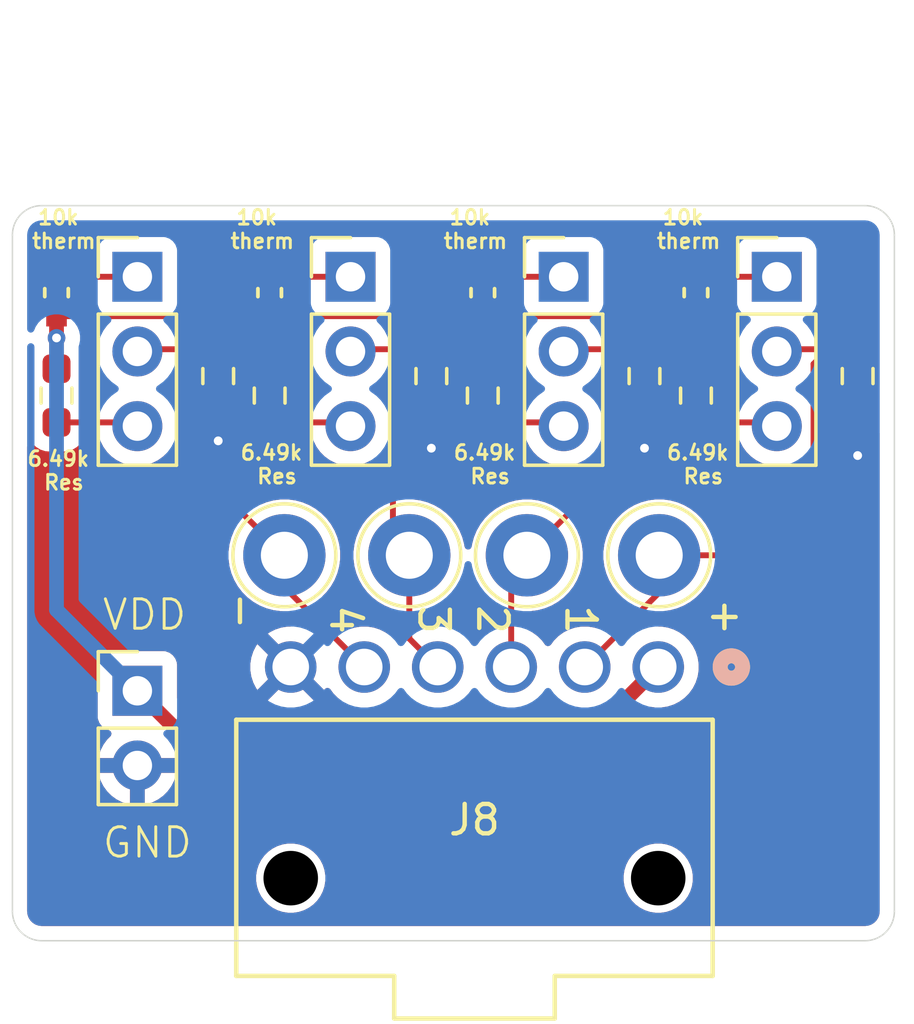
<source format=kicad_pcb>
(kicad_pcb (version 20241229) (generator "pcbnew") (generator_version "9.0")
  (layers (0 "F.Cu" signal) (2 "B.Cu" signal) (13 "F.Paste" user) (15 "B.Paste" user) (5 "F.SilkS" user "F.Silkscreen") (7 "B.SilkS" user "B.Silkscreen") (1 "F.Mask" user) (3 "B.Mask" user) (25 "Edge.Cuts" user))
  (net 0 "")
  (net 1 "VDDA")
  (net 2 "GNDA")
  (net 3 "/Temperature4")
  (net 4 "/Temperature2")
  (net 5 "/Temperature3")
  (net 6 "/Temperature1")
  (net 7 "Net-(J3-Pin_1)")
  (net 8 "Net-(J3-Pin_3)")
  (net 9 "Net-(J4-Pin_3)")
  (net 10 "Net-(J4-Pin_1)")
  (net 11 "Net-(J5-Pin_1)")
  (net 12 "Net-(J5-Pin_3)")
  (net 13 "Net-(J6-Pin_3)")
  (net 14 "Net-(J6-Pin_1)")
  (footprint "Resistor_SMD:R_0603_1608Metric_Pad0.98x0.95mm_HandSolder" (layer "F.Cu") (at 106.75 44.21 90)
    (property "Reference" "R12" (hide yes))
    (property "Value" "6.49k")
    (fp_line (start -0.254724 -0.5225) (end 0.254724 -0.5225) (stroke (width 0.12)) (layer "F.SilkS"))
    (fp_line (start -0.254724 0.5225) (end 0.254724 0.5225) (stroke (width 0.12)) (layer "F.SilkS"))
    (pad "1" smd roundrect (at -0.9125 0 90) (size 0.975 0.95) (layers "F.Cu" "F.Mask" "F.Paste") (net 13 "Net-(J6-Pin_3)"))
    (pad "2" smd roundrect (at 0.9125 0 90) (size 0.975 0.95) (layers "F.Cu" "F.Mask" "F.Paste") (net 1 "VDDA"))
  )
  (footprint "Connector_PinHeader_2.54mm:PinHeader_1x03_P2.54mm_Vertical" (layer "F.Cu") (at 124 40.17)
    (property "Reference" "J4" (hide yes))
    (property "Value" "Conn_01x03")
    (fp_line (start -1.33 -1.33) (end 0 -1.33) (stroke (width 0.12)) (layer "F.SilkS"))
    (fp_line (start -1.33 0) (end -1.33 -1.33) (stroke (width 0.12)) (layer "F.SilkS"))
    (fp_line (start -1.33 1.27) (end -1.33 6.41) (stroke (width 0.12)) (layer "F.SilkS"))
    (fp_line (start -1.33 1.27) (end 1.33 1.27) (stroke (width 0.12)) (layer "F.SilkS"))
    (fp_line (start -1.33 6.41) (end 1.33 6.41) (stroke (width 0.12)) (layer "F.SilkS"))
    (fp_line (start 1.33 1.27) (end 1.33 6.41) (stroke (width 0.12)) (layer "F.SilkS"))
    (pad "1" thru_hole rect (at 0 0) (size 1.7 1.7) (drill 1) (layers "*.Cu" "*.Mask") (net 10 "Net-(J4-Pin_1)"))
    (pad "2" thru_hole oval (at 0 2.54) (size 1.7 1.7) (drill 1) (layers "*.Cu" "*.Mask") (net 4 "/Temperature2"))
    (pad "3" thru_hole oval (at 0 5.08) (size 1.7 1.7) (drill 1) (layers "*.Cu" "*.Mask") (net 9 "Net-(J4-Pin_3)"))
  )
  (footprint "UTSVT_Special:THERM_ERT-J1VR104FM" (layer "F.Cu") (at 128.5 40.71 90)
    (property "Reference" "TH5" (hide yes))
    (property "Value" "Thermistor_NTC")
    (fp_line (start -0.135 -0.4) (end 0.135 -0.4) (stroke (width 0.127)) (layer "F.SilkS"))
    (fp_line (start -0.135 0.4) (end 0.135 0.4) (stroke (width 0.127)) (layer "F.SilkS"))
    (pad "1" smd rect (at -0.8 0 90) (size 0.7 0.7) (layers "F.Cu" "F.Paste") (net 1 "VDDA"))
    (pad "2" smd rect (at 0.8 0 90) (size 0.7 0.7) (layers "F.Cu" "F.Paste") (net 7 "Net-(J3-Pin_1)"))
  )
  (footprint "Resistor_SMD:R_0603_1608Metric_Pad0.98x0.95mm_HandSolder" (layer "F.Cu") (at 119.5 43.5475 -90)
    (property "Reference" "R9" (hide yes))
    (property "Value" "6.49k")
    (fp_line (start -0.254724 0.5225) (end 0.254724 0.5225) (stroke (width 0.12)) (layer "F.SilkS"))
    (fp_line (start -0.254724 -0.5225) (end 0.254724 -0.5225) (stroke (width 0.12)) (layer "F.SilkS"))
    (pad "1" smd roundrect (at -0.9125 0 270) (size 0.975 0.95) (layers "F.Cu" "F.Mask" "F.Paste") (net 5 "/Temperature3"))
    (pad "2" smd roundrect (at 0.9125 0 270) (size 0.975 0.95) (layers "F.Cu" "F.Mask" "F.Paste") (net 2 "GNDA"))
  )
  (footprint "UTSVT_Special:THERM_ERT-J1VR104FM" (layer "F.Cu") (at 114 40.71 90)
    (property "Reference" "TH7" (hide yes))
    (property "Value" "Thermistor_NTC")
    (fp_line (start -0.135 -0.4) (end 0.135 -0.4) (stroke (width 0.127)) (layer "F.SilkS"))
    (fp_line (start -0.135 0.4) (end 0.135 0.4) (stroke (width 0.127)) (layer "F.SilkS"))
    (pad "1" smd rect (at -0.8 0 90) (size 0.7 0.7) (layers "F.Cu" "F.Paste") (net 1 "VDDA"))
    (pad "2" smd rect (at 0.8 0 90) (size 0.7 0.7) (layers "F.Cu" "F.Paste") (net 11 "Net-(J5-Pin_1)"))
  )
  (footprint "UTSVT_Special:THERM_ERT-J1VR104FM" (layer "F.Cu") (at 121.25 40.71 90)
    (property "Reference" "TH6" (hide yes))
    (property "Value" "Thermistor_NTC")
    (fp_line (start -0.135 -0.4) (end 0.135 -0.4) (stroke (width 0.127)) (layer "F.SilkS"))
    (fp_line (start -0.135 0.4) (end 0.135 0.4) (stroke (width 0.127)) (layer "F.SilkS"))
    (pad "1" smd rect (at -0.8 0 90) (size 0.7 0.7) (layers "F.Cu" "F.Paste") (net 1 "VDDA"))
    (pad "2" smd rect (at 0.8 0 90) (size 0.7 0.7) (layers "F.Cu" "F.Paste") (net 10 "Net-(J4-Pin_1)"))
  )
  (footprint "Resistor_SMD:R_0603_1608Metric_Pad0.98x0.95mm_HandSolder" (layer "F.Cu") (at 126.75 43.5475 -90)
    (property "Reference" "R7" (hide yes))
    (property "Value" "6.49k")
    (fp_line (start -0.254724 0.5225) (end 0.254724 0.5225) (stroke (width 0.12)) (layer "F.SilkS"))
    (fp_line (start -0.254724 -0.5225) (end 0.254724 -0.5225) (stroke (width 0.12)) (layer "F.SilkS"))
    (pad "1" smd roundrect (at -0.9125 0 270) (size 0.975 0.95) (layers "F.Cu" "F.Mask" "F.Paste") (net 4 "/Temperature2"))
    (pad "2" smd roundrect (at 0.9125 0 270) (size 0.975 0.95) (layers "F.Cu" "F.Mask" "F.Paste") (net 2 "GNDA"))
  )
  (footprint "VoltTemp:1053131106" (layer "F.Cu") (at 127.2166 53.441895)
    (property "Reference" "J8" (at -6.25 5.2 0) (layer "F.SilkS"))
    (property "Value" "Conn_01x06")
    (fp_line (start -14.3526 1.793) (end -14.3526 10.505199) (stroke (width 0.1524)) (layer "F.SilkS"))
    (fp_line (start -14.3526 10.505199) (end -8.9805 10.505211) (stroke (width 0.1524)) (layer "F.SilkS"))
    (fp_line (start -8.9805 10.505211) (end -8.9805 11.953011) (stroke (width 0.1524)) (layer "F.SilkS"))
    (fp_line (start -8.9805 11.953011) (end -3.5195 11.953011) (stroke (width 0.1524)) (layer "F.SilkS"))
    (fp_line (start -3.5195 10.505211) (end 1.8526 10.505199) (stroke (width 0.1524)) (layer "F.SilkS"))
    (fp_line (start -3.5195 11.953011) (end -3.5195 10.505211) (stroke (width 0.1524)) (layer "F.SilkS"))
    (fp_line (start 1.8526 1.793) (end -14.3526 1.793) (stroke (width 0.1524)) (layer "F.SilkS"))
    (fp_line (start 1.8526 10.505199) (end 1.8526 1.793) (stroke (width 0.1524)) (layer "F.SilkS"))
    (fp_circle (center 2.4876 0) (end 2.8686 0) (stroke (width 0.508)) (fill no) (layer "F.SilkS"))
    (fp_circle (center 2.4876 0) (end 2.8686 0) (stroke (width 0.508)) (fill no) (layer "B.SilkS"))
    (pad "" np_thru_hole circle (at -12.5 7.180001) (size 1.8542 1.8542) (drill 1.8542) (layers))
    (pad "" np_thru_hole circle (at 0 7.180001) (size 1.8542 1.8542) (drill 1.8542) (layers))
    (pad "1" thru_hole circle (at 0 0) (size 1.7526 1.7526) (drill 1.2446) (layers "*.Cu" "*.Mask") (net 1 "VDDA"))
    (pad "2" thru_hole circle (at -2.5 0) (size 1.7526 1.7526) (drill 1.2446) (layers "*.Cu" "*.Mask") (net 6 "/Temperature1"))
    (pad "3" thru_hole circle (at -5 0) (size 1.7526 1.7526) (drill 1.2446) (layers "*.Cu" "*.Mask") (net 4 "/Temperature2"))
    (pad "4" thru_hole circle (at -7.5 0) (size 1.7526 1.7526) (drill 1.2446) (layers "*.Cu" "*.Mask") (net 5 "/Temperature3"))
    (pad "5" thru_hole circle (at -10 0) (size 1.7526 1.7526) (drill 1.2446) (layers "*.Cu" "*.Mask") (net 3 "/Temperature4"))
    (pad "6" thru_hole circle (at -12.5 0) (size 1.7526 1.7526) (drill 1.2446) (layers "*.Cu" "*.Mask") (net 2 "GNDA"))
  )
  (footprint "Resistor_SMD:R_0603_1608Metric_Pad0.98x0.95mm_HandSolder" (layer "F.Cu") (at 121.25 44.21 90)
    (property "Reference" "R8" (hide yes))
    (property "Value" "6.49k")
    (fp_line (start -0.254724 -0.5225) (end 0.254724 -0.5225) (stroke (width 0.12)) (layer "F.SilkS"))
    (fp_line (start -0.254724 0.5225) (end 0.254724 0.5225) (stroke (width 0.12)) (layer "F.SilkS"))
    (pad "1" smd roundrect (at -0.9125 0 90) (size 0.975 0.95) (layers "F.Cu" "F.Mask" "F.Paste") (net 9 "Net-(J4-Pin_3)"))
    (pad "2" smd roundrect (at 0.9125 0 90) (size 0.975 0.95) (layers "F.Cu" "F.Mask" "F.Paste") (net 1 "VDDA"))
  )
  (footprint "Connector_PinHeader_2.54mm:PinHeader_1x03_P2.54mm_Vertical" (layer "F.Cu") (at 109.5 40.17)
    (property "Reference" "J6" (hide yes))
    (property "Value" "Conn_01x03")
    (fp_line (start -1.33 -1.33) (end 0 -1.33) (stroke (width 0.12)) (layer "F.SilkS"))
    (fp_line (start -1.33 0) (end -1.33 -1.33) (stroke (width 0.12)) (layer "F.SilkS"))
    (fp_line (start -1.33 1.27) (end -1.33 6.41) (stroke (width 0.12)) (layer "F.SilkS"))
    (fp_line (start -1.33 1.27) (end 1.33 1.27) (stroke (width 0.12)) (layer "F.SilkS"))
    (fp_line (start -1.33 6.41) (end 1.33 6.41) (stroke (width 0.12)) (layer "F.SilkS"))
    (fp_line (start 1.33 1.27) (end 1.33 6.41) (stroke (width 0.12)) (layer "F.SilkS"))
    (pad "1" thru_hole rect (at 0 0) (size 1.7 1.7) (drill 1) (layers "*.Cu" "*.Mask") (net 14 "Net-(J6-Pin_1)"))
    (pad "2" thru_hole oval (at 0 2.54) (size 1.7 1.7) (drill 1) (layers "*.Cu" "*.Mask") (net 3 "/Temperature4"))
    (pad "3" thru_hole oval (at 0 5.08) (size 1.7 1.7) (drill 1) (layers "*.Cu" "*.Mask") (net 13 "Net-(J6-Pin_3)"))
  )
  (footprint "Resistor_SMD:R_0603_1608Metric_Pad0.98x0.95mm_HandSolder" (layer "F.Cu") (at 128.5 44.21 90)
    (property "Reference" "R5" (hide yes))
    (property "Value" "6.49k")
    (fp_line (start -0.254724 -0.5225) (end 0.254724 -0.5225) (stroke (width 0.12)) (layer "F.SilkS"))
    (fp_line (start -0.254724 0.5225) (end 0.254724 0.5225) (stroke (width 0.12)) (layer "F.SilkS"))
    (pad "1" smd roundrect (at -0.9125 0 90) (size 0.975 0.95) (layers "F.Cu" "F.Mask" "F.Paste") (net 8 "Net-(J3-Pin_3)"))
    (pad "2" smd roundrect (at 0.9125 0 90) (size 0.975 0.95) (layers "F.Cu" "F.Mask" "F.Paste") (net 1 "VDDA"))
  )
  (footprint "TestPoint:TestPoint_Keystone_5005-5009_Compact" (layer "F.Cu") (at 127.25 49.6417)
    (property "Reference" "TP11" (hide yes))
    (property "Value" "TestPoint")
    (fp_circle (center 0 0) (end 1.75 0) (stroke (width 0.12)) (fill no) (layer "F.SilkS"))
    (pad "1" thru_hole circle (at 0 0) (size 2.8 2.8) (drill 1.6) (layers "*.Cu" "*.Mask") (net 6 "/Temperature1"))
  )
  (footprint "TestPoint:TestPoint_Keystone_5005-5009_Compact" (layer "F.Cu") (at 122.75 49.6417)
    (property "Reference" "TP10" (hide yes))
    (property "Value" "TestPoint")
    (fp_circle (center 0 0) (end 1.75 0) (stroke (width 0.12)) (fill no) (layer "F.SilkS"))
    (pad "1" thru_hole circle (at 0 0) (size 2.8 2.8) (drill 1.6) (layers "*.Cu" "*.Mask") (net 4 "/Temperature2"))
  )
  (footprint "TestPoint:TestPoint_Keystone_5005-5009_Compact" (layer "F.Cu") (at 114.5 49.6417)
    (property "Reference" "TP9" (hide yes))
    (property "Value" "TestPoint")
    (fp_circle (center 0 0) (end 1.75 0) (stroke (width 0.12)) (fill no) (layer "F.SilkS"))
    (pad "1" thru_hole circle (at 0 0) (size 2.8 2.8) (drill 1.6) (layers "*.Cu" "*.Mask") (net 3 "/Temperature4"))
  )
  (footprint "Connector_PinHeader_2.54mm:PinHeader_1x03_P2.54mm_Vertical" (layer "F.Cu") (at 116.75 40.17)
    (property "Reference" "J5" (hide yes))
    (property "Value" "Conn_01x03")
    (fp_line (start -1.33 -1.33) (end 0 -1.33) (stroke (width 0.12)) (layer "F.SilkS"))
    (fp_line (start -1.33 0) (end -1.33 -1.33) (stroke (width 0.12)) (layer "F.SilkS"))
    (fp_line (start -1.33 1.27) (end -1.33 6.41) (stroke (width 0.12)) (layer "F.SilkS"))
    (fp_line (start -1.33 1.27) (end 1.33 1.27) (stroke (width 0.12)) (layer "F.SilkS"))
    (fp_line (start -1.33 6.41) (end 1.33 6.41) (stroke (width 0.12)) (layer "F.SilkS"))
    (fp_line (start 1.33 1.27) (end 1.33 6.41) (stroke (width 0.12)) (layer "F.SilkS"))
    (pad "1" thru_hole rect (at 0 0) (size 1.7 1.7) (drill 1) (layers "*.Cu" "*.Mask") (net 11 "Net-(J5-Pin_1)"))
    (pad "2" thru_hole oval (at 0 2.54) (size 1.7 1.7) (drill 1) (layers "*.Cu" "*.Mask") (net 5 "/Temperature3"))
    (pad "3" thru_hole oval (at 0 5.08) (size 1.7 1.7) (drill 1) (layers "*.Cu" "*.Mask") (net 12 "Net-(J5-Pin_3)"))
  )
  (footprint "UTSVT_Special:THERM_ERT-J1VR104FM" (layer "F.Cu") (at 106.75 40.71 90)
    (property "Reference" "TH8" (hide yes))
    (property "Value" "Thermistor_NTC")
    (fp_line (start -0.135 -0.4) (end 0.135 -0.4) (stroke (width 0.127)) (layer "F.SilkS"))
    (fp_line (start -0.135 0.4) (end 0.135 0.4) (stroke (width 0.127)) (layer "F.SilkS"))
    (pad "1" smd rect (at -0.8 0 90) (size 0.7 0.7) (layers "F.Cu" "F.Paste") (net 1 "VDDA"))
    (pad "2" smd rect (at 0.8 0 90) (size 0.7 0.7) (layers "F.Cu" "F.Paste") (net 14 "Net-(J6-Pin_1)"))
  )
  (footprint "TestPoint:TestPoint_Keystone_5005-5009_Compact" (layer "F.Cu") (at 118.75 49.6417)
    (property "Reference" "TP8" (hide yes))
    (property "Value" "TestPoint")
    (fp_circle (center 0 0) (end 1.75 0) (stroke (width 0.12)) (fill no) (layer "F.SilkS"))
    (pad "1" thru_hole circle (at 0 0) (size 2.8 2.8) (drill 1.6) (layers "*.Cu" "*.Mask") (net 5 "/Temperature3"))
  )
  (footprint "Resistor_SMD:R_0603_1608Metric_Pad0.98x0.95mm_HandSolder" (layer "F.Cu") (at 134 43.5475 -90)
    (property "Reference" "R6" (hide yes))
    (property "Value" "6.49k")
    (fp_line (start -0.254724 0.5225) (end 0.254724 0.5225) (stroke (width 0.12)) (layer "F.SilkS"))
    (fp_line (start -0.254724 -0.5225) (end 0.254724 -0.5225) (stroke (width 0.12)) (layer "F.SilkS"))
    (pad "1" smd roundrect (at -0.9125 0 270) (size 0.975 0.95) (layers "F.Cu" "F.Mask" "F.Paste") (net 6 "/Temperature1"))
    (pad "2" smd roundrect (at 0.9125 0 270) (size 0.975 0.95) (layers "F.Cu" "F.Mask" "F.Paste") (net 2 "GNDA"))
  )
  (footprint "Connector_PinHeader_2.54mm:PinHeader_1x03_P2.54mm_Vertical" (layer "F.Cu") (at 131.25 40.17)
    (property "Reference" "J3" (hide yes))
    (property "Value" "Conn_01x03")
    (fp_line (start -1.33 -1.33) (end 0 -1.33) (stroke (width 0.12)) (layer "F.SilkS"))
    (fp_line (start -1.33 0) (end -1.33 -1.33) (stroke (width 0.12)) (layer "F.SilkS"))
    (fp_line (start -1.33 1.27) (end -1.33 6.41) (stroke (width 0.12)) (layer "F.SilkS"))
    (fp_line (start -1.33 1.27) (end 1.33 1.27) (stroke (width 0.12)) (layer "F.SilkS"))
    (fp_line (start -1.33 6.41) (end 1.33 6.41) (stroke (width 0.12)) (layer "F.SilkS"))
    (fp_line (start 1.33 1.27) (end 1.33 6.41) (stroke (width 0.12)) (layer "F.SilkS"))
    (pad "1" thru_hole rect (at 0 0) (size 1.7 1.7) (drill 1) (layers "*.Cu" "*.Mask") (net 7 "Net-(J3-Pin_1)"))
    (pad "2" thru_hole oval (at 0 2.54) (size 1.7 1.7) (drill 1) (layers "*.Cu" "*.Mask") (net 6 "/Temperature1"))
    (pad "3" thru_hole oval (at 0 5.08) (size 1.7 1.7) (drill 1) (layers "*.Cu" "*.Mask") (net 8 "Net-(J3-Pin_3)"))
  )
  (footprint "Resistor_SMD:R_0603_1608Metric_Pad0.98x0.95mm_HandSolder" (layer "F.Cu") (at 114 44.21 90)
    (property "Reference" "R11" (hide yes))
    (property "Value" "6.49k")
    (fp_line (start -0.254724 -0.5225) (end 0.254724 -0.5225) (stroke (width 0.12)) (layer "F.SilkS"))
    (fp_line (start -0.254724 0.5225) (end 0.254724 0.5225) (stroke (width 0.12)) (layer "F.SilkS"))
    (pad "1" smd roundrect (at -0.9125 0 90) (size 0.975 0.95) (layers "F.Cu" "F.Mask" "F.Paste") (net 12 "Net-(J5-Pin_3)"))
    (pad "2" smd roundrect (at 0.9125 0 90) (size 0.975 0.95) (layers "F.Cu" "F.Mask" "F.Paste") (net 1 "VDDA"))
  )
  (footprint "Connector_PinHeader_2.54mm:PinHeader_1x02_P2.54mm_Vertical" (layer "F.Cu") (at 109.5 54.25)
    (property "Reference" "J1" (hide yes))
    (property "Value" "Conn_01x02")
    (fp_line (start -1.33 -1.33) (end 0 -1.33) (stroke (width 0.12)) (layer "F.SilkS"))
    (fp_line (start -1.33 0) (end -1.33 -1.33) (stroke (width 0.12)) (layer "F.SilkS"))
    (fp_line (start -1.33 1.27) (end -1.33 3.87) (stroke (width 0.12)) (layer "F.SilkS"))
    (fp_line (start -1.33 1.27) (end 1.33 1.27) (stroke (width 0.12)) (layer "F.SilkS"))
    (fp_line (start -1.33 3.87) (end 1.33 3.87) (stroke (width 0.12)) (layer "F.SilkS"))
    (fp_line (start 1.33 1.27) (end 1.33 3.87) (stroke (width 0.12)) (layer "F.SilkS"))
    (pad "1" thru_hole rect (at 0 0) (size 1.7 1.7) (drill 1) (layers "*.Cu" "*.Mask") (net 1 "VDDA"))
    (pad "2" thru_hole oval (at 0 2.54) (size 1.7 1.7) (drill 1) (layers "*.Cu" "*.Mask") (net 2 "GNDA"))
  )
  (footprint "Resistor_SMD:R_0603_1608Metric_Pad0.98x0.95mm_HandSolder" (layer "F.Cu") (at 112.25 43.5475 -90)
    (property "Reference" "R10" (hide yes))
    (property "Value" "6.49k")
    (fp_line (start -0.254724 0.5225) (end 0.254724 0.5225) (stroke (width 0.12)) (layer "F.SilkS"))
    (fp_line (start -0.254724 -0.5225) (end 0.254724 -0.5225) (stroke (width 0.12)) (layer "F.SilkS"))
    (pad "1" smd roundrect (at -0.9125 0 270) (size 0.975 0.95) (layers "F.Cu" "F.Mask" "F.Paste") (net 3 "/Temperature4"))
    (pad "2" smd roundrect (at 0.9125 0 270) (size 0.975 0.95) (layers "F.Cu" "F.Mask" "F.Paste") (net 2 "GNDA"))
  )
  (gr_line (start 135.25 38.75) (end 135.25 61.75) (stroke (width 0.05)) (layer "Edge.Cuts"))
  (gr_line (start 105.25 61.75) (end 105.25 38.75) (stroke (width 0.05)) (layer "Edge.Cuts"))
  (gr_arc (start 106.25 62.75) (mid 105.542893 62.457107) (end 105.25 61.75) (stroke (width 0.05)) (layer "Edge.Cuts"))
  (gr_line (start 134.25 62.75) (end 106.25 62.75) (stroke (width 0.05)) (layer "Edge.Cuts"))
  (gr_line (start 106.25 37.75) (end 134.25 37.75) (stroke (width 0.05)) (layer "Edge.Cuts"))
  (gr_arc (start 134.25 37.75) (mid 134.957107 38.042893) (end 135.25 38.75) (stroke (width 0.05)) (layer "Edge.Cuts"))
  (gr_arc (start 135.25 61.75) (mid 134.957107 62.457107) (end 134.25 62.75) (stroke (width 0.05)) (layer "Edge.Cuts"))
  (gr_arc (start 105.25 38.75) (mid 105.542893 38.042893) (end 106.25 37.75) (stroke (width 0.05)) (layer "Edge.Cuts"))
  (gr_text "VDD" (at 108.25 52.25 0) (layer "F.SilkS") (effects (font (size 1 1) (thickness 0.1)) (justify left bottom)))
  (gr_text "6.49k \nRes\n" (at 114.25 47.25 0) (layer "F.SilkS") (effects (font (size 0.5 0.5) (thickness 0.1)) (justify bottom)))
  (gr_text "+" (at 128.75 52.25 0) (layer "F.SilkS") (effects (font (size 1 1)) (justify left bottom)))
  (gr_text "1" (at 124 51.25 270) (layer "F.SilkS") (effects (font (size 1 1)) (justify left bottom)))
  (gr_text "10k \ntherm" (at 113.75 39.25 0) (layer "F.SilkS") (effects (font (size 0.5 0.5) (thickness 0.1)) (justify bottom)))
  (gr_text "-" (at 113.5 52.25 90) (layer "F.SilkS") (effects (font (size 1 1)) (justify left bottom)))
  (gr_text "2" (at 121 51.25 270) (layer "F.SilkS") (effects (font (size 1 1)) (justify left bottom)))
  (gr_text "GND" (at 108.25 60 0) (layer "F.SilkS") (effects (font (size 1 1) (thickness 0.1)) (justify left bottom)))
  (gr_text "3" (at 119 51.25 270) (layer "F.SilkS") (effects (font (size 1 1)) (justify left bottom)))
  (gr_text "6.49k \nRes\n" (at 128.75 47.25 0) (layer "F.SilkS") (effects (font (size 0.5 0.5) (thickness 0.1)) (justify bottom)))
  (gr_text "10k \ntherm" (at 128.25 39.25 0) (layer "F.SilkS") (effects (font (size 0.5 0.5) (thickness 0.1)) (justify bottom)))
  (gr_text "4" (at 116 51.25 270) (layer "F.SilkS") (effects (font (size 1 1)) (justify left bottom)))
  (gr_text "10k \ntherm" (at 107 39.25 0) (layer "F.SilkS") (effects (font (size 0.5 0.5) (thickness 0.1)) (justify bottom)))
  (gr_text "6.49k \nRes\n" (at 107 47.46 0) (layer "F.SilkS") (effects (font (size 0.5 0.5) (thickness 0.1)) (justify bottom)))
  (gr_text "10k \ntherm" (at 121 39.25 0) (layer "F.SilkS") (effects (font (size 0.5 0.5) (thickness 0.1)) (justify bottom)))
  (gr_text "6.49k \nRes\n" (at 121.5 47.25 0) (layer "F.SilkS") (effects (font (size 0.5 0.5) (thickness 0.1)) (justify bottom)))
  (segment (start 106.75 41.51) (end 106.75 42.25) (width 0.5) (layer "F.Cu") (net 1))
  (segment (start 121.25 43.2975) (end 121.25 41.51) (width 0.5) (layer "F.Cu") (net 1))
  (segment (start 128.5 43.2975) (end 128.5 41.51) (width 0.5) (layer "F.Cu") (net 1))
  (segment (start 109.5 54.25) (end 110.75 55.5) (width 0.5) (layer "F.Cu") (net 1))
  (segment (start 114 43.2975) (end 114 41.51) (width 0.5) (layer "F.Cu") (net 1))
  (segment (start 110.75 55.5) (end 125.158495 55.5) (width 0.5) (layer "F.Cu") (net 1))
  (segment (start 125.158495 55.5) (end 127.2166 53.441895) (width 0.5) (layer "F.Cu") (net 1))
  (segment (start 106.75 43.2975) (end 106.75 42.25) (width 0.5) (layer "F.Cu") (net 1))
  (segment (start 106.75 41.51) (end 128.5 41.51) (width 0.2) (layer "F.Cu") (net 1))
  (via (at 106.75 42.25) (size 0.6) (drill 0.3) (layers "F.Cu" "B.Cu") (net 1))
  (segment (start 106.75 42.25) (end 106.75 51.5) (width 0.5) (layer "B.Cu") (net 1))
  (segment (start 106.75 51.5) (end 109.5 54.25) (width 0.5) (layer "B.Cu") (net 1))
  (segment (start 126.75 44.46) (end 126.75 46) (width 0.2) (layer "F.Cu") (net 2))
  (segment (start 112.25 44.46) (end 112.25 45.75) (width 0.2) (layer "F.Cu") (net 2))
  (segment (start 134 44.46) (end 134 46.25) (width 0.2) (layer "F.Cu") (net 2))
  (segment (start 119.5 44.46) (end 119.5 46) (width 0.2) (layer "F.Cu") (net 2))
  (via (at 134 46.25) (size 0.6) (drill 0.3) (layers "F.Cu" "B.Cu") (net 2))
  (via (at 119.5 46) (size 0.6) (drill 0.3) (layers "F.Cu" "B.Cu") (net 2))
  (via (at 112.25 45.75) (size 0.6) (drill 0.3) (layers "F.Cu" "B.Cu") (net 2))
  (via (at 126.75 46) (size 0.6) (drill 0.3) (layers "F.Cu" "B.Cu") (net 2))
  (segment (start 111.25 42.635) (end 112.25 42.635) (width 0.2) (layer "F.Cu") (net 3))
  (segment (start 109.825 42.635) (end 111.25 42.635) (width 0.2) (layer "F.Cu") (net 3))
  (segment (start 109.75 42.71) (end 109.825 42.635) (width 0.2) (layer "F.Cu") (net 3))
  (segment (start 111.25 42.635) (end 111.25 46.3917) (width 0.2) (layer "F.Cu") (net 3))
  (segment (start 117.2166 53.441895) (end 114.5 50.725295) (width 0.2) (layer "F.Cu") (net 3))
  (segment (start 114.5 50.725295) (end 114.5 49.6417) (width 0.2) (layer "F.Cu") (net 3))
  (segment (start 109.5 42.71) (end 109.75 42.71) (width 0.2) (layer "F.Cu") (net 3))
  (segment (start 111.25 46.3917) (end 114.5 49.6417) (width 0.2) (layer "F.Cu") (net 3))
  (segment (start 125.4425 42.9425) (end 125.4425 46.9492) (width 0.2) (layer "F.Cu") (net 4))
  (segment (start 125.75 42.635) (end 126.75 42.635) (width 0.2) (layer "F.Cu") (net 4))
  (segment (start 122.2166 53.441895) (end 122.2166 50.1751) (width 0.2) (layer "F.Cu") (net 4))
  (segment (start 122.2166 50.1751) (end 122.75 49.6417) (width 0.2) (layer "F.Cu") (net 4))
  (segment (start 124 42.71) (end 124.25 42.71) (width 0.2) (layer "F.Cu") (net 4))
  (segment (start 122.2166 50.0334) (end 123 49.25) (width 0.2) (layer "F.Cu") (net 4))
  (segment (start 125.4425 46.9492) (end 122.75 49.6417) (width 0.2) (layer "F.Cu") (net 4))
  (segment (start 124.325 42.635) (end 125.75 42.635) (width 0.2) (layer "F.Cu") (net 4))
  (segment (start 124.25 42.71) (end 124.325 42.635) (width 0.2) (layer "F.Cu") (net 4))
  (segment (start 125.75 42.635) (end 125.4425 42.9425) (width 0.2) (layer "F.Cu") (net 4))
  (segment (start 117 42.71) (end 117.075 42.635) (width 0.2) (layer "F.Cu") (net 5))
  (segment (start 116.75 42.71) (end 117 42.71) (width 0.2) (layer "F.Cu") (net 5))
  (segment (start 118.5 42.635) (end 119.5 42.635) (width 0.2) (layer "F.Cu") (net 5))
  (segment (start 118.75 52.475295) (end 118.75 49.6417) (width 0.2) (layer "F.Cu") (net 5))
  (segment (start 117.075 42.635) (end 118.5 42.635) (width 0.2) (layer "F.Cu") (net 5))
  (segment (start 118.1925 42.9425) (end 118.1925 49.0842) (width 0.2) (layer "F.Cu") (net 5))
  (segment (start 119.7166 53.441895) (end 118.75 52.475295) (width 0.2) (layer "F.Cu") (net 5))
  (segment (start 118.1925 49.0842) (end 118.75 49.6417) (width 0.2) (layer "F.Cu") (net 5))
  (segment (start 118.5 42.635) (end 118.1925 42.9425) (width 0.2) (layer "F.Cu") (net 5))
  (segment (start 131.25 42.71) (end 131.5 42.71) (width 0.2) (layer "F.Cu") (net 6))
  (segment (start 127.25 50.908495) (end 127.25 49.6417) (width 0.2) (layer "F.Cu") (net 6))
  (segment (start 131.5 42.71) (end 131.575 42.635) (width 0.2) (layer "F.Cu") (net 6))
  (segment (start 127.25 50.220947) (end 127.25 49.062452) (width 0.2) (layer "F.Cu") (net 6))
  (segment (start 132.5 46.371598) (end 129.229898 49.6417) (width 0.2) (layer "F.Cu") (net 6))
  (segment (start 124.7166 53.441895) (end 127.25 50.908495) (width 0.2) (layer "F.Cu") (net 6))
  (segment (start 129.229898 49.6417) (end 127.25 49.6417) (width 0.2) (layer "F.Cu") (net 6))
  (segment (start 133 42.635) (end 134 42.635) (width 0.2) (layer "F.Cu") (net 6))
  (segment (start 132.5 43.135) (end 132.5 46.371598) (width 0.2) (layer "F.Cu") (net 6))
  (segment (start 133 42.635) (end 132.5 43.135) (width 0.2) (layer "F.Cu") (net 6))
  (segment (start 131.575 42.635) (end 133 42.635) (width 0.2) (layer "F.Cu") (net 6))
  (segment (start 131.25 40.17) (end 128.76 40.17) (width 0.2) (layer "F.Cu") (net 7))
  (segment (start 128.76 40.17) (end 128.5 39.91) (width 0.2) (layer "F.Cu") (net 7))
  (segment (start 128.5 45.1225) (end 131.1225 45.1225) (width 0.2) (layer "F.Cu") (net 8))
  (segment (start 131.1225 45.1225) (end 131.25 45.25) (width 0.2) (layer "F.Cu") (net 8))
  (segment (start 123.8725 45.1225) (end 124 45.25) (width 0.2) (layer "F.Cu") (net 9))
  (segment (start 121.25 45.1225) (end 123.8725 45.1225) (width 0.2) (layer "F.Cu") (net 9))
  (segment (start 124 40.17) (end 121.51 40.17) (width 0.2) (layer "F.Cu") (net 10))
  (segment (start 121.51 40.17) (end 121.25 39.91) (width 0.2) (layer "F.Cu") (net 10))
  (segment (start 114.26 40.17) (end 114 39.91) (width 0.2) (layer "F.Cu") (net 11))
  (segment (start 116.75 40.17) (end 114.26 40.17) (width 0.2) (layer "F.Cu") (net 11))
  (segment (start 114 45.1225) (end 116.6225 45.1225) (width 0.2) (layer "F.Cu") (net 12))
  (segment (start 116.6225 45.1225) (end 116.75 45.25) (width 0.2) (layer "F.Cu") (net 12))
  (segment (start 109.3725 45.1225) (end 109.5 45.25) (width 0.2) (layer "F.Cu") (net 13))
  (segment (start 106.75 45.1225) (end 109.3725 45.1225) (width 0.2) (layer "F.Cu") (net 13))
  (segment (start 107.01 40.17) (end 106.75 39.91) (width 0.2) (layer "F.Cu") (net 14))
  (segment (start 109.5 40.17) (end 107.01 40.17) (width 0.2) (layer "F.Cu") (net 14))
  (zone (net 2) (net_name "GNDA") (layers "F.Cu" "B.Cu") (connect_pads (clearance 0.5)) (min_thickness 0.25) (fill yes (thermal_gap 0.5) (thermal_bridge_width 0.5))
    (polygon (pts (xy 135.25 37.5) (xy 105 37.5) (xy 105 63) (xy 135.25 63)))
  )
)
</source>
